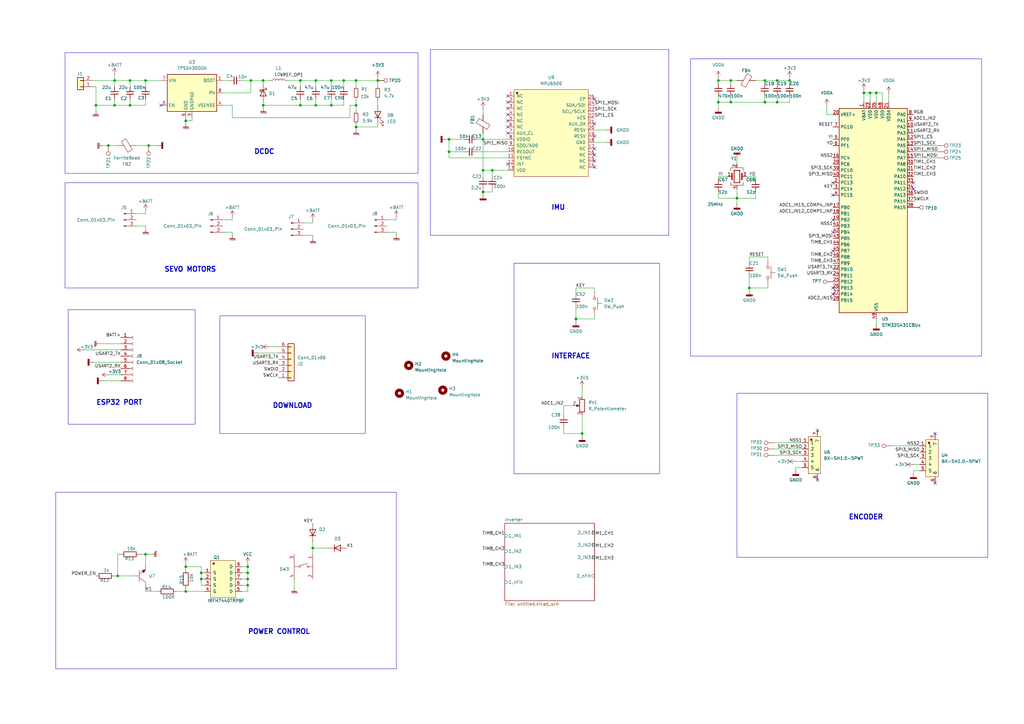
<source format=kicad_sch>
(kicad_sch (version 20231120) (generator "eeschema") (generator_version "8.0")
  (paper "A3")
  (title_block (title "bldc_controller") (date "2023-12-04"))
  (junction (at 198.12 57.15))
  (junction (at 123.19 43.18))
  (junction (at 154.94 33.02))
  (junction (at 53.34 43.18))
  (junction (at 359.41 38.1))
  (junction (at 76.2 242.57))
  (junction (at 135.89 43.18))
  (junction (at 146.05 33.02))
  (junction (at 59.69 33.02))
  (junction (at 198.12 78.74))
  (junction (at 135.89 33.02))
  (junction (at 76.2 49.53))
  (junction (at 46.99 43.18))
  (junction (at 184.15 57.15))
  (junction (at 76.2 232.41))
  (junction (at 238.76 177.8))
  (junction (at 318.77 33.02))
  (junction (at 128.27 224.79))
  (junction (at 201.93 69.85))
  (junction (at 323.85 33.02))
  (junction (at 294.64 41.91))
  (junction (at 146.05 52.07))
  (junction (at 107.95 33.02))
  (junction (at 318.77 41.91))
  (junction (at 101.6 232.41))
  (junction (at 101.6 237.49))
  (junction (at 356.87 38.1))
  (junction (at 302.26 81.28))
  (junction (at 39.37 43.18))
  (junction (at 129.54 43.18))
  (junction (at 82.55 237.49))
  (junction (at 46.99 33.02))
  (junction (at 123.19 33.02))
  (junction (at 299.72 33.02))
  (junction (at 313.69 41.91))
  (junction (at 59.69 227.33))
  (junction (at 184.15 62.23))
  (junction (at 44.45 59.69))
  (junction (at 60.96 59.69))
  (junction (at 82.55 234.95))
  (junction (at 354.33 38.1))
  (junction (at 198.12 69.85))
  (junction (at 299.72 41.91))
  (junction (at 146.05 43.18))
  (junction (at 129.54 33.02))
  (junction (at 53.34 33.02))
  (junction (at 313.69 33.02))
  (junction (at 236.22 130.81))
  (junction (at 107.95 43.18))
  (junction (at 102.87 33.02))
  (junction (at 48.26 236.22))
  (junction (at 307.34 118.11))
  (junction (at 140.97 33.02))
  (junction (at 294.64 33.02))
  (junction (at 101.6 234.95))
  (junction (at 101.6 240.03))
  (no_connect (at 208.28 39.37))
  (no_connect (at 374.65 74.93))
  (no_connect (at 208.28 67.31))
  (no_connect (at 208.28 46.99))
  (no_connect (at 208.28 54.61))
  (no_connect (at 341.63 95.25))
  (no_connect (at 243.84 55.88))
  (no_connect (at 341.63 120.65))
  (no_connect (at 243.84 63.5))
  (no_connect (at 341.63 74.93))
  (no_connect (at 374.65 77.47))
  (no_connect (at 341.63 90.17))
  (no_connect (at 341.63 118.11))
  (no_connect (at 341.63 80.01))
  (no_connect (at 383.54 177.8))
  (no_connect (at 383.54 198.12))
  (no_connect (at 243.84 40.64))
  (no_connect (at 66.04 43.18))
  (no_connect (at 335.28 176.53))
  (no_connect (at 208.28 52.07))
  (no_connect (at 208.28 44.45))
  (no_connect (at 243.84 60.96))
  (no_connect (at 335.28 196.85))
  (no_connect (at 208.28 49.53))
  (no_connect (at 243.84 68.58))
  (no_connect (at 243.84 66.04))
  (no_connect (at 208.28 41.91))
  (no_connect (at 341.63 102.87))
  (no_connect (at 243.84 50.8))
  (wire (pts (xy 162.56 90.17) (xy 158.75 90.17)))
  (wire (pts (xy 59.69 231.14) (xy 59.69 227.33)))
  (wire (pts (xy 314.96 106.68) (xy 314.96 105.41)))
  (wire (pts (xy 46.99 236.22) (xy 48.26 236.22)))
  (wire (pts (xy 198.12 69.85) (xy 198.12 72.39)))
  (wire (pts (xy 48.26 236.22) (xy 54.61 236.22)))
  (wire (pts (xy 302.26 81.28) (xy 302.26 77.47)))
  (wire (pts (xy 294.64 33.02) (xy 299.72 33.02)))
  (wire (pts (xy 299.72 33.02) (xy 302.26 33.02)))
  (wire (pts (xy 59.69 86.36) (xy 59.69 87.63)))
  (wire (pts (xy 243.84 118.11) (xy 236.22 118.11)))
  (wire (pts (xy 48.26 227.33) (xy 49.53 227.33)))
  (wire (pts (xy 59.69 242.57) (xy 59.69 241.3)))
  (wire (pts (xy 365.76 182.88) (xy 377.19 182.88)))
  (wire (pts (xy 198.12 54.61) (xy 198.12 57.15)))
  (wire (pts (xy 243.84 53.34) (xy 248.92 53.34)))
  (wire (pts (xy 236.22 130.81) (xy 243.84 130.81)))
  (wire (pts (xy 162.56 95.25) (xy 158.75 95.25)))
  (wire (pts (xy 82.55 234.95) (xy 82.55 237.49)))
  (wire (pts (xy 317.5 184.15) (xy 328.93 184.15)))
  (wire (pts (xy 198.12 80.01) (xy 198.12 78.74)))
  (wire (pts (xy 162.56 88.9) (xy 162.56 90.17)))
  (wire (pts (xy 356.87 38.1) (xy 356.87 41.91)))
  (wire (pts (xy 123.19 40.64) (xy 123.19 43.18)))
  (wire (pts (xy 236.22 125.73) (xy 236.22 130.81)))
  (wire (pts (xy 60.96 59.69) (xy 64.77 59.69)))
  (wire (pts (xy 82.55 240.03) (xy 83.82 240.03)))
  (wire (pts (xy 198.12 57.15) (xy 208.28 57.15)))
  (wire (pts (xy 374.65 193.04) (xy 374.65 194.31)))
  (wire (pts (xy 146.05 43.18) (xy 143.51 43.18)))
  (wire (pts (xy 299.72 41.91) (xy 313.69 41.91)))
  (wire (pts (xy 231.14 177.8) (xy 231.14 175.26)))
  (wire (pts (xy 318.77 33.02) (xy 323.85 33.02)))
  (wire (pts (xy 299.72 39.37) (xy 299.72 41.91)))
  (wire (pts (xy 135.89 33.02) (xy 140.97 33.02)))
  (wire (pts (xy 359.41 38.1) (xy 361.95 38.1)))
  (wire (pts (xy 49.53 156.21) (xy 41.91 156.21)))
  (wire (pts (xy 102.87 38.1) (xy 102.87 33.02)))
  (wire (pts (xy 154.94 50.8) (xy 154.94 52.07)))
  (wire (pts (xy 49.53 148.59) (xy 38.1 148.59)))
  (wire (pts (xy 78.74 48.26) (xy 78.74 49.53)))
  (wire (pts (xy 129.54 33.02) (xy 123.19 33.02)))
  (wire (pts (xy 307.34 118.11) (xy 314.96 118.11)))
  (wire (pts (xy 354.33 38.1) (xy 356.87 38.1)))
  (wire (pts (xy 99.06 237.49) (xy 101.6 237.49)))
  (wire (pts (xy 299.72 34.29) (xy 299.72 33.02)))
  (wire (pts (xy 53.34 40.64) (xy 53.34 43.18)))
  (wire (pts (xy 323.85 33.02) (xy 323.85 34.29)))
  (wire (pts (xy 374.65 64.77) (xy 384.81 64.77)))
  (wire (pts (xy 317.5 186.69) (xy 328.93 186.69)))
  (wire (pts (xy 59.69 87.63) (xy 55.88 87.63)))
  (wire (pts (xy 123.19 35.56) (xy 123.19 33.02)))
  (wire (pts (xy 59.69 33.02) (xy 66.04 33.02)))
  (wire (pts (xy 309.88 33.02) (xy 313.69 33.02)))
  (wire (pts (xy 201.93 78.74) (xy 198.12 78.74)))
  (wire (pts (xy 128.27 224.79) (xy 128.27 227.33)))
  (wire (pts (xy 128.27 222.25) (xy 128.27 224.79)))
  (wire (pts (xy 59.69 93.98) (xy 59.69 92.71)))
  (wire (pts (xy 243.84 58.42) (xy 248.92 58.42)))
  (wire (pts (xy 294.64 72.39) (xy 294.64 73.66)))
  (wire (pts (xy 129.54 40.64) (xy 129.54 43.18)))
  (wire (pts (xy 314.96 105.41) (xy 307.34 105.41)))
  (wire (pts (xy 38.1 33.02) (xy 46.99 33.02)))
  (wire (pts (xy 39.37 43.18) (xy 39.37 35.56)))
  (wire (pts (xy 326.39 189.23) (xy 328.93 189.23)))
  (wire (pts (xy 309.88 78.74) (xy 309.88 81.28)))
  (wire (pts (xy 76.2 232.41) (xy 76.2 233.68)))
  (wire (pts (xy 76.2 49.53) (xy 76.2 48.26)))
  (wire (pts (xy 76.2 242.57) (xy 83.82 242.57)))
  (wire (pts (xy 326.39 191.77) (xy 328.93 191.77)))
  (wire (pts (xy 46.99 35.56) (xy 46.99 33.02)))
  (wire (pts (xy 102.87 33.02) (xy 107.95 33.02)))
  (wire (pts (xy 101.6 237.49) (xy 101.6 240.03)))
  (wire (pts (xy 146.05 33.02) (xy 140.97 33.02)))
  (wire (pts (xy 354.33 38.1) (xy 354.33 41.91)))
  (wire (pts (xy 374.65 190.5) (xy 377.19 190.5)))
  (wire (pts (xy 135.89 40.64) (xy 135.89 43.18)))
  (wire (pts (xy 135.89 35.56) (xy 135.89 33.02)))
  (wire (pts (xy 236.22 118.11) (xy 236.22 120.65)))
  (wire (pts (xy 302.26 67.31) (xy 302.26 64.77)))
  (wire (pts (xy 83.82 234.95) (xy 82.55 234.95)))
  (wire (pts (xy 201.93 69.85) (xy 208.28 69.85)))
  (wire (pts (xy 359.41 130.81) (xy 359.41 133.35)))
  (wire (pts (xy 53.34 33.02) (xy 59.69 33.02)))
  (wire (pts (xy 238.76 177.8) (xy 231.14 177.8)))
  (wire (pts (xy 135.89 43.18) (xy 129.54 43.18)))
  (wire (pts (xy 294.64 41.91) (xy 299.72 41.91)))
  (wire (pts (xy 95.25 48.26) (xy 95.25 43.18)))
  (wire (pts (xy 143.51 48.26) (xy 95.25 48.26)))
  (wire (pts (xy 306.07 72.39) (xy 309.88 72.39)))
  (wire (pts (xy 294.64 33.02) (xy 294.64 34.29)))
  (wire (pts (xy 198.12 57.15) (xy 198.12 69.85)))
  (wire (pts (xy 128.27 96.52) (xy 124.46 96.52)))
  (wire (pts (xy 198.12 69.85) (xy 201.93 69.85)))
  (wire (pts (xy 154.94 40.64) (xy 154.94 43.18)))
  (wire (pts (xy 76.2 231.14) (xy 76.2 232.41)))
  (wire (pts (xy 82.55 237.49) (xy 83.82 237.49)))
  (wire (pts (xy 323.85 31.75) (xy 323.85 33.02)))
  (wire (pts (xy 313.69 39.37) (xy 313.69 41.91)))
  (wire (pts (xy 143.51 43.18) (xy 143.51 48.26)))
  (wire (pts (xy 59.69 40.64) (xy 59.69 43.18)))
  (wire (pts (xy 95.25 95.25) (xy 91.44 95.25)))
  (wire (pts (xy 294.64 41.91) (xy 294.64 44.45)))
  (wire (pts (xy 105.41 144.78) (xy 114.3 144.78)))
  (wire (pts (xy 294.64 78.74) (xy 294.64 81.28)))
  (wire (pts (xy 162.56 96.52) (xy 162.56 95.25)))
  (wire (pts (xy 82.55 232.41) (xy 82.55 234.95)))
  (wire (pts (xy 201.93 77.47) (xy 201.93 78.74)))
  (wire (pts (xy 55.88 59.69) (xy 60.96 59.69)))
  (wire (pts (xy 238.76 158.75) (xy 238.76 162.56)))
  (wire (pts (xy 326.39 191.77) (xy 326.39 193.04)))
  (wire (pts (xy 294.64 81.28) (xy 302.26 81.28)))
  (wire (pts (xy 313.69 33.02) (xy 318.77 33.02)))
  (wire (pts (xy 154.94 52.07) (xy 146.05 52.07)))
  (wire (pts (xy 314.96 116.84) (xy 314.96 118.11)))
  (wire (pts (xy 34.29 143.51) (xy 49.53 143.51)))
  (wire (pts (xy 318.77 33.02) (xy 318.77 34.29)))
  (wire (pts (xy 146.05 52.07) (xy 146.05 50.8)))
  (wire (pts (xy 128.27 224.79) (xy 134.62 224.79)))
  (wire (pts (xy 243.84 119.38) (xy 243.84 118.11)))
  (wire (pts (xy 238.76 170.18) (xy 238.76 177.8)))
  (wire (pts (xy 234.95 166.37) (xy 231.14 166.37)))
  (wire (pts (xy 40.64 140.97) (xy 49.53 140.97)))
  (wire (pts (xy 59.69 35.56) (xy 59.69 33.02)))
  (wire (pts (xy 128.27 97.79) (xy 128.27 96.52)))
  (wire (pts (xy 129.54 35.56) (xy 129.54 33.02)))
  (wire (pts (xy 146.05 53.34) (xy 146.05 52.07)))
  (wire (pts (xy 129.54 43.18) (xy 123.19 43.18)))
  (wire (pts (xy 99.06 33.02) (xy 102.87 33.02)))
  (wire (pts (xy 182.88 57.15) (xy 184.15 57.15)))
  (wire (pts (xy 236.22 130.81) (xy 236.22 132.08)))
  (wire (pts (xy 59.69 242.57) (xy 64.77 242.57)))
  (wire (pts (xy 307.34 105.41) (xy 307.34 107.95)))
  (wire (pts (xy 91.44 38.1) (xy 102.87 38.1)))
  (wire (pts (xy 39.37 35.56) (xy 38.1 35.56)))
  (wire (pts (xy 82.55 237.49) (xy 82.55 240.03)))
  (wire (pts (xy 195.58 62.23) (xy 208.28 62.23)))
  (wire (pts (xy 208.28 64.77) (xy 184.15 64.77)))
  (wire (pts (xy 361.95 38.1) (xy 361.95 41.91)))
  (wire (pts (xy 359.41 38.1) (xy 359.41 41.91)))
  (wire (pts (xy 374.65 62.23) (xy 384.81 62.23)))
  (wire (pts (xy 46.99 43.18) (xy 53.34 43.18)))
  (wire (pts (xy 307.34 113.03) (xy 307.34 118.11)))
  (wire (pts (xy 190.5 62.23) (xy 184.15 62.23)))
  (wire (pts (xy 198.12 77.47) (xy 198.12 78.74)))
  (wire (pts (xy 76.2 49.53) (xy 78.74 49.53)))
  (wire (pts (xy 318.77 39.37) (xy 318.77 41.91)))
  (wire (pts (xy 101.6 234.95) (xy 101.6 237.49)))
  (wire (pts (xy 99.06 234.95) (xy 101.6 234.95)))
  (wire (pts (xy 184.15 64.77) (xy 184.15 62.23)))
  (wire (pts (xy 44.45 59.69) (xy 48.26 59.69)))
  (wire (pts (xy 129.54 33.02) (xy 135.89 33.02)))
  (wire (pts (xy 101.6 242.57) (xy 99.06 242.57)))
  (wire (pts (xy 309.88 72.39) (xy 309.88 73.66)))
  (wire (pts (xy 107.95 33.02) (xy 110.49 33.02)))
  (wire (pts (xy 154.94 35.56) (xy 154.94 33.02)))
  (wire (pts (xy 318.77 41.91) (xy 323.85 41.91)))
  (wire (pts (xy 101.6 232.41) (xy 101.6 234.95)))
  (wire (pts (xy 53.34 43.18) (xy 59.69 43.18)))
  (wire (pts (xy 354.33 36.83) (xy 354.33 38.1)))
  (wire (pts (xy 46.99 30.48) (xy 46.99 33.02)))
  (wire (pts (xy 323.85 39.37) (xy 323.85 41.91)))
  (wire (pts (xy 184.15 62.23) (xy 184.15 57.15)))
  (wire (pts (xy 39.37 45.72) (xy 39.37 43.18)))
  (wire (pts (xy 339.09 43.18) (xy 339.09 46.99)))
  (wire (pts (xy 294.64 39.37) (xy 294.64 41.91)))
  (wire (pts (xy 123.19 33.02) (xy 118.11 33.02)))
  (wire (pts (xy 101.6 231.14) (xy 101.6 232.41)))
  (wire (pts (xy 238.76 177.8) (xy 238.76 179.07)))
  (wire (pts (xy 339.09 46.99) (xy 341.63 46.99)))
  (wire (pts (xy 146.05 33.02) (xy 154.94 33.02)))
  (wire (pts (xy 198.12 44.45) (xy 198.12 46.99)))
  (wire (pts (xy 294.64 31.75) (xy 294.64 33.02)))
  (wire (pts (xy 53.34 35.56) (xy 53.34 33.02)))
  (wire (pts (xy 95.25 43.18) (xy 91.44 43.18)))
  (wire (pts (xy 107.95 33.02) (xy 107.95 34.29)))
  (wire (pts (xy 374.65 59.69) (xy 384.81 59.69)))
  (wire (pts (xy 154.94 31.75) (xy 154.94 33.02)))
  (wire (pts (xy 59.69 92.71) (xy 55.88 92.71)))
  (wire (pts (xy 313.69 33.02) (xy 313.69 34.29)))
  (wire (pts (xy 95.25 88.9) (xy 95.25 90.17)))
  (wire (pts (xy 101.6 240.03) (xy 101.6 242.57)))
  (wire (pts (xy 46.99 40.64) (xy 46.99 43.18)))
  (wire (pts (xy 72.39 242.57) (xy 76.2 242.57)))
  (wire (pts (xy 195.58 57.15) (xy 198.12 57.15)))
  (wire (pts (xy 39.37 43.18) (xy 46.99 43.18)))
  (wire (pts (xy 201.93 69.85) (xy 201.93 72.39)))
  (wire (pts (xy 46.99 33.02) (xy 53.34 33.02)))
  (wire (pts (xy 184.15 57.15) (xy 190.5 57.15)))
  (wire (pts (xy 107.95 41.91) (xy 107.95 43.18)))
  (wire (pts (xy 110.49 142.24) (xy 114.3 142.24)))
  (wire (pts (xy 302.26 81.28) (xy 309.88 81.28)))
  (wire (pts (xy 59.69 227.33) (xy 62.23 227.33)))
  (wire (pts (xy 231.14 166.37) (xy 231.14 170.18)))
  (wire (pts (xy 364.49 38.1) (xy 364.49 41.91)))
  (wire (pts (xy 91.44 33.02) (xy 93.98 33.02)))
  (wire (pts (xy 307.34 118.11) (xy 307.34 119.38)))
  (wire (pts (xy 243.84 129.54) (xy 243.84 130.81)))
  (wire (pts (xy 146.05 35.56) (xy 146.05 33.02)))
  (wire (pts (xy 140.97 40.64) (xy 140.97 43.18)))
  (wire (pts (xy 95.25 90.17) (xy 91.44 90.17)))
  (wire (pts (xy 120.65 237.49) (xy 120.65 241.3)))
  (wire (pts (xy 48.26 236.22) (xy 48.26 227.33)))
  (wire (pts (xy 298.45 72.39) (xy 294.64 72.39)))
  (wire (pts (xy 317.5 181.61) (xy 328.93 181.61)))
  (wire (pts (xy 107.95 43.18) (xy 107.95 44.45)))
  (wire (pts (xy 302.26 81.28) (xy 302.26 83.82)))
  (wire (pts (xy 128.27 91.44) (xy 124.46 91.44)))
  (wire (pts (xy 99.06 240.03) (xy 101.6 240.03)))
  (wire (pts (xy 41.91 59.69) (xy 44.45 59.69)))
  (wire (pts (xy 140.97 43.18) (xy 135.89 43.18)))
  (wire (pts (xy 146.05 40.64) (xy 146.05 43.18)))
  (wire (pts (xy 99.06 232.41) (xy 101.6 232.41)))
  (wire (pts (xy 140.97 35.56) (xy 140.97 33.02)))
  (wire (pts (xy 76.2 242.57) (xy 76.2 241.3)))
  (wire (pts (xy 146.05 43.18) (xy 146.05 45.72)))
  (wire (pts (xy 313.69 41.91) (xy 318.77 41.91)))
  (wire (pts (xy 59.69 227.33) (xy 57.15 227.33)))
  (wire (pts (xy 374.65 193.04) (xy 377.19 193.04)))
  (wire (pts (xy 76.2 232.41) (xy 82.55 232.41)))
  (wire (pts (xy 44.45 153.67) (xy 49.53 153.67)))
  (wire (pts (xy 95.25 96.52) (xy 95.25 95.25)))
  (wire (pts (xy 128.27 90.17) (xy 128.27 91.44)))
  (wire (pts (xy 356.87 38.1) (xy 359.41 38.1)))
  (wire (pts (xy 76.2 50.8) (xy 76.2 49.53)))
  (wire (pts (xy 123.19 43.18) (xy 107.95 43.18)))
  (rectangle (start 302.26 161.29) (end 405.13 228.6))
  (rectangle (start 26.67 74.93) (end 171.45 118.11))
  (rectangle (start 283.21 24.13) (end 402.59 146.05))
  (rectangle (start 27.94 127) (end 80.01 173.99))
  (rectangle (start 22.86 201.93) (end 162.56 274.32))
  (rectangle (start 210.82 107.95) (end 270.51 194.31))
  (rectangle (start 90.17 129.54) (end 149.86 177.8))
  (rectangle (start 26.67 21.59) (end 171.45 71.12))
  (rectangle (start 176.53 20.32) (end 274.32 96.52))
  (text "IMU" (at 226.06 86.36 0) (effects (font (size 2 2) (thickness 0.4) (bold yes)) (justify left bottom)))
  (text "INTERFACE" (at 226.06 147.32 0) (effects (font (size 2 2) (thickness 0.4) (bold yes)) (justify left bottom)))
  (text "ENCODER" (at 347.98 213.36 0) (effects (font (size 2 2) (thickness 0.4) (bold yes)) (justify left bottom)))
  (text "DCDC" (at 104.14 63.5 0) (effects (font (size 2 2) (thickness 0.4) (bold yes)) (justify left bottom)))
  (text "ESP32 PORT" (at 39.37 166.37 0) (effects (font (size 2 2) (thickness 0.4) (bold yes)) (justify left bottom)))
  (text "POWER CONTROL" (at 101.6 260.35 0) (effects (font (size 2 2) (thickness 0.4) (bold yes)) (justify left bottom)))
  (text "SEVO MOTORS" (at 67.31 111.76 0) (effects (font (size 2 2) (thickness 0.4) (bold yes)) (justify left bottom)))
  (text "DOWNLOAD" (at 111.76 167.64 0) (effects (font (size 2 2) (thickness 0.4) (bold yes)) (justify left bottom)))
  (label "TIM8_CH2" (at 341.63 105.41 180))
  (label "NSS2" (at 341.63 64.77 180))
  (label "K1" (at 142.24 224.79 0))
  (label "SPI1_MISO" (at 208.28 59.69 180))
  (label "ADC1_IN2" (at 231.14 166.37 180))
  (label "ADC1_IN15_COMP4_INP" (at 341.63 85.09 180))
  (label "SPI1_SCK" (at 243.84 45.72 0))
  (label "SPI3_SCK" (at 341.63 69.85 180))
  (label "KEY" (at 236.22 118.11 0))
  (label "ADC2_IN15" (at 341.63 123.19 180))
  (label "USART3_TX" (at 341.63 110.49 180))
  (label "YI" (at 341.63 57.15 180))
  (label "NSS2" (at 377.19 182.88 180))
  (label "SPI3_MISO" (at 341.63 72.39 180))
  (label "SPI1_CS" (at 374.65 57.15 0))
  (label "TIM8_CH2" (at 207.01 226.06 180))
  (label "NSS1" (at 341.63 92.71 180))
  (label "TIM1_CH1" (at 374.65 67.31 0))
  (label "SWDIO" (at 374.65 80.01 0))
  (label "SPI1_SCK" (at 374.65 59.69 0))
  (label "NSS1" (at 328.93 181.61 180))
  (label "SWCLK" (at 374.65 82.55 0))
  (label "RESET" (at 307.34 105.41 0))
  (label "ADC1_IN12_COMP1_INP" (at 341.63 87.63 180))
  (label "TIM1_CH1" (at 242.57 219.71 0))
  (label "K1" (at 59.69 242.57 0))
  (label "SPI1_CS" (at 243.84 48.26 0))
  (label "TIM1_CH3" (at 374.65 72.39 0))
  (label "TIM1_CH2" (at 242.57 224.79 0))
  (label "ADC1_IN2" (at 374.65 49.53 0))
  (label "TIM1_CH2" (at 374.65 69.85 0))
  (label "USART3_RX" (at 341.63 113.03 180))
  (label "RGB" (at 374.65 46.99 0))
  (label "TIM8_CH3" (at 207.01 232.41 180))
  (label "SPI3_MISO" (at 328.93 184.15 180))
  (label "YO" (at 309.88 72.39 180))
  (label "USART2_RX" (at 49.53 151.13 180))
  (label "SWCLK" (at 114.3 154.94 180))
  (label "YI" (at 294.64 72.39 0))
  (label "RESET" (at 341.63 52.07 180))
  (label "SPI1_MOSI" (at 243.84 43.18 0))
  (label "BATT+" (at 49.53 138.43 180))
  (label "SPI1_MOSI" (at 374.65 64.77 0))
  (label "YO" (at 341.63 59.69 180))
  (label "SPI3_MOSI" (at 341.63 97.79 180))
  (label "USART2_TX" (at 374.65 52.07 0))
  (label "TIM8_CH3" (at 341.63 107.95 180))
  (label "TIM8_CH1" (at 341.63 100.33 180))
  (label "KEY" (at 341.63 77.47 180))
  (label "SPI3_SCK" (at 328.93 186.69 180))
  (label "TIM8_CH1" (at 207.01 219.71 180))
  (label "VREF_OP1" (at 124.46 31.75 180))
  (label "POWER_EN" (at 39.37 236.22 180))
  (label "SPI3_MISO" (at 377.19 185.42 180))
  (label "USART2_TX" (at 49.53 146.05 180))
  (label "USART3_RX" (at 114.3 149.86 180))
  (label "TIM1_CH3" (at 242.57 229.87 0))
  (label "SPI1_MISO" (at 374.65 62.23 0))
  (label "SWDIO" (at 114.3 152.4 180))
  (label "SPI3_SCK" (at 377.19 187.96 180))
  (label "USART3_TX" (at 114.3 147.32 180))
  (label "KEY" (at 128.27 214.63 180))
  (label "USART2_RX" (at 374.65 54.61 0))
  (symbol (lib_name "+3V3_1") (lib_id "power:+3V3") (at 44.45 153.67 90) (mirror x) (unit 1)
    (property "Reference" "#PWR066" (effects (hide yes)))
    (property "Value" "+3V3" (at 46.99 152.4 90))
    (property "Description" "Power symbol creates a global label with name \"+3V3\"" (effects (hide yes)))
  )
  (symbol (lib_id "bldcDriver:BX-SH1.0-5PWT") (at 334.01 186.69 0) (unit 1)
    (property "Reference" "U6" (at 337.82 185.4199 0) (effects (justify left)))
    (property "Value" "BX-SH1.0-5PWT" (at 337.82 187.9599 0) (effects (justify left)))
    (property "Footprint" "balancerDriver:CONN-SMD_5P-P1.00_BX-SH1.0-5PWT" (effects (hide yes)))
    (property "SuppliersPartNumber" "C18077911" (effects (hide yes)))
    (property "uuid" "std:922c5e49b43a460ba53a71de7e70d221" (effects (hide yes)))
  )
  (symbol (lib_id "Connector:Conn_01x03_Pin") (at 119.38 93.98 0) (unit 1)
    (property "Reference" "J7" (at 119.38 88.9 0))
    (property "Value" "Conn_01x03_Pin" (at 107.95 93.98 0))
    (property "Description" "Generic connector, single row, 01x03, script generated" (effects (hide yes)))
  )
  (symbol (lib_id "Device:C_Small") (at 236.22 123.19 0) (unit 1)
    (property "Reference" "C52" (at 236.22 120.65 0) (effects (justify left)))
    (property "Value" "100n" (at 236.22 125.73 0) (effects (justify left)))
    (property "Footprint" "Capacitor_SMD:C_0603_1608Metric_Pad1.08x0.95mm_HandSolder" (effects (hide yes)))
    (property "Description" "Unpolarized capacitor, small symbol" (effects (hide yes)))
  )
  (symbol (lib_id "Device:C_Small") (at 96.52 33.02 90) (unit 1)
    (property "Reference" "C4" (at 94.234 31.242 90))
    (property "Value" "10n" (at 99.568 31.496 90))
    (property "Footprint" "Capacitor_SMD:C_0603_1608Metric_Pad1.08x0.95mm_HandSolder" (effects (hide yes)))
    (property "Description" "Unpolarized capacitor, small symbol" (effects (hide yes)))
  )
  (symbol (lib_id "power:GNDD") (at 326.39 193.04 0) (unit 1)
    (property "Reference" "#PWR018" (effects (hide yes)))
    (property "Value" "GNDD" (at 326.39 196.85 0))
    (property "Description" "Power symbol creates a global label with name \"GNDD\" , digital ground" (effects (hide yes)))
  )
  (symbol (lib_id "power:+BATT") (at 59.69 86.36 0) (unit 1)
    (property "Reference" "#PWR032" (effects (hide yes)))
    (property "Value" "+BATT" (at 59.69 82.55 0))
    (property "Description" "Power symbol creates a global label with name \"+BATT\"" (effects (hide yes)))
  )
  (symbol (lib_id "power:VDDA") (at 294.64 31.75 0) (unit 1)
    (property "Reference" "#PWR055" (effects (hide yes)))
    (property "Value" "VDDA" (at 294.64 26.67 0))
    (property "Description" "Power symbol creates a global label with name \"VDDA\"" (effects (hide yes)))
  )
  (symbol (lib_id "Connector:TestPoint") (at 44.45 59.69 0) (mirror x) (unit 1)
    (property "Reference" "TP21" (at 44.45 64.262 90) (effects (justify left)))
    (property "Value" "TestPoint" (effects (hide yes)))
    (property "Footprint" "TestPoint:TestPoint_Pad_D1.0mm" (effects (hide yes)))
    (property "Description" "test point" (effects (hide yes)))
  )
  (symbol (lib_id "power:GNDPWR") (at 120.65 241.3 0) (mirror y) (unit 1)
    (property "Reference" "#PWR052" (effects (hide yes)))
    (property "Value" "GNDPWR" (effects (hide yes)))
  )
  (symbol (lib_id "Device:C_Small") (at 323.85 36.83 0) (unit 1)
    (property "Reference" "C20" (at 323.85 34.29 0) (effects (justify left)))
    (property "Value" "100n" (at 323.85 39.37 0) (effects (justify left)))
    (property "Footprint" "Capacitor_SMD:C_0603_1608Metric_Pad1.08x0.95mm_HandSolder" (effects (hide yes)))
    (property "Description" "Unpolarized capacitor, small symbol" (effects (hide yes)))
  )
  (symbol (lib_id "power:+BATT") (at 46.99 30.48 0) (unit 1)
    (property "Reference" "#PWR02" (effects (hide yes)))
    (property "Value" "+BATT" (at 46.99 26.67 0))
    (property "Description" "Power symbol creates a global label with name \"+BATT\"" (effects (hide yes)))
  )
  (symbol (lib_id "bat_rf:SS8050_C7420370") (at 57.15 236.22 0) (mirror x) (unit 1)
    (property "Reference" "U7" (at 60.96 236.2199 0) (effects (justify left)))
    (property "Value" "SS8050_C7420370" (effects (hide yes)))
    (property "Footprint" "bat_rf:SOT-23-3_L2.9-W1.3-P1.90-LS2.4-BR" (effects (hide yes)))
    (property "Description" "C7420370" (effects (hide yes)))
    (property "uuid" "std:035d51c1cac14149a347cddd5e15a376" (effects (hide yes)))
  )
  (symbol (lib_name "+3V3_1") (lib_id "power:+3V3") (at 34.29 143.51 90) (mirror x) (unit 1)
    (property "Reference" "#PWR067" (effects (hide yes)))
    (property "Value" "+3V3" (at 35.56 142.24 90))
    (property "Description" "Power symbol creates a global label with name \"+3V3\"" (effects (hide yes)))
  )
  (symbol (lib_id "Device:C_Small") (at 294.64 36.83 0) (unit 1)
    (property "Reference" "C8" (effects (hide yes)))
    (property "Value" "470n" (at 294.64 39.37 0) (effects (justify left)))
    (property "Footprint" "Capacitor_SMD:C_0603_1608Metric_Pad1.08x0.95mm_HandSolder" (effects (hide yes)))
    (property "Description" "Unpolarized capacitor, small symbol" (effects (hide yes)))
  )
  (symbol (lib_id "power:+3V3") (at 238.76 158.75 0) (unit 1)
    (property "Reference" "#PWR036" (effects (hide yes)))
    (property "Value" "+3V3" (at 238.76 154.94 0))
    (property "Description" "Power symbol creates a global label with name \"+3V3\"" (effects (hide yes)))
  )
  (symbol (lib_id "Device:C_Small") (at 198.12 74.93 0) (unit 1)
    (property "Reference" "C23" (at 195.58 72.39 0))
    (property "Value" "2.2u" (at 195.326 76.962 0))
    (property "Footprint" "Capacitor_SMD:C_0603_1608Metric_Pad1.08x0.95mm_HandSolder" (effects (hide yes)))
    (property "Description" "Unpolarized capacitor, small symbol" (effects (hide yes)))
  )
  (symbol (lib_id "Device:C_Small") (at 313.69 36.83 0) (unit 1)
    (property "Reference" "C18" (at 313.69 34.29 0) (effects (justify left)))
    (property "Value" "100n" (at 313.69 39.37 0) (effects (justify left)))
    (property "Footprint" "Capacitor_SMD:C_0603_1608Metric_Pad1.08x0.95mm_HandSolder" (effects (hide yes)))
    (property "Description" "Unpolarized capacitor, small symbol" (effects (hide yes)))
  )
  (symbol (lib_id "Device:C_Small") (at 53.34 38.1 180) (unit 1)
    (property "Reference" "C2" (at 50.8 40.386 0))
    (property "Value" "22u" (at 50.546 35.814 0))
    (property "Footprint" "Capacitor_SMD:C_0805_2012Metric_Pad1.18x1.45mm_HandSolder" (effects (hide yes)))
    (property "Description" "Unpolarized capacitor, small symbol" (effects (hide yes)))
  )
  (symbol (lib_id "power:GNDD") (at 248.92 58.42 90) (unit 1)
    (property "Reference" "#PWR09" (effects (hide yes)))
    (property "Value" "GNDD" (at 252.73 58.4199 90) (effects (justify right)))
    (property "Description" "Power symbol creates a global label with name \"GNDD\" , digital ground" (effects (hide yes)))
  )
  (symbol (lib_id "Connector:TestPoint") (at 154.94 33.02 270) (unit 1)
    (property "Reference" "TP20" (at 159.512 33.02 90) (effects (justify left)))
    (property "Value" "TestPoint" (effects (hide yes)))
    (property "Footprint" "TestPoint:TestPoint_Pad_D1.0mm" (effects (hide yes)))
    (property "Description" "test point" (effects (hide yes)))
  )
  (symbol (lib_id "power:GNDD") (at 236.22 132.08 0) (unit 1)
    (property "Reference" "#PWR065" (effects (hide yes)))
    (property "Value" "GNDD" (at 236.22 135.89 0))
    (property "Description" "Power symbol creates a global label with name \"GNDD\" , digital ground" (effects (hide yes)))
  )
  (symbol (lib_id "Device:C_Small") (at 46.99 38.1 180) (unit 1)
    (property "Reference" "C1" (at 44.45 40.386 0))
    (property "Value" "22u" (at 43.688 35.814 0))
    (property "Footprint" "Capacitor_SMD:C_0805_2012Metric_Pad1.18x1.45mm_HandSolder" (effects (hide yes)))
    (property "Description" "Unpolarized capacitor, small symbol" (effects (hide yes)))
  )
  (symbol (lib_id "power:GNDD") (at 182.88 57.15 270) (unit 1)
    (property "Reference" "#PWR011" (effects (hide yes)))
    (property "Value" "GNDD" (effects (hide yes)))
    (property "Description" "Power symbol creates a global label with name \"GNDD\" , digital ground" (effects (hide yes)))
  )
  (symbol (lib_id "power:GNDD") (at 105.41 144.78 270) (unit 1)
    (property "Reference" "#PWR012" (effects (hide yes)))
    (property "Value" "GNDD" (effects (hide yes)))
    (property "Description" "Power symbol creates a global label with name \"GNDD\" , digital ground" (effects (hide yes)))
  )
  (symbol (lib_id "power:GNDPWR") (at 59.69 93.98 0) (mirror y) (unit 1)
    (property "Reference" "#PWR033" (effects (hide yes)))
    (property "Value" "GNDPWR" (effects (hide yes)))
    (property "Description" "Power symbol creates a global label with name \"GNDPWR\" , global ground" (effects (hide yes)))
  )
  (symbol (lib_id "power:GNDD") (at 302.26 83.82 0) (unit 1)
    (property "Reference" "#PWR043" (effects (hide yes)))
    (property "Value" "GNDD" (at 302.26 87.63 0))
    (property "Description" "Power symbol creates a global label with name \"GNDD\" , digital ground" (effects (hide yes)))
  )
  (symbol (lib_id "power:VDDA") (at 364.49 38.1 0) (unit 1)
    (property "Reference" "#PWR058" (effects (hide yes)))
    (property "Value" "VDDA" (at 364.49 33.02 0))
    (property "Description" "Power symbol creates a global label with name \"VDDA\"" (effects (hide yes)))
  )
  (symbol (lib_id "Device:C_Small") (at 59.69 38.1 180) (unit 1)
    (property "Reference" "C3" (at 57.912 40.132 0))
    (property "Value" "100n" (at 57.15 35.814 0))
    (property "Footprint" "Capacitor_SMD:C_0603_1608Metric_Pad1.08x0.95mm_HandSolder" (effects (hide yes)))
    (property "Description" "Unpolarized capacitor, small symbol" (effects (hide yes)))
  )
  (symbol (lib_id "Device:R") (at 53.34 227.33 90) (mirror x) (unit 1)
    (property "Reference" "R13" (at 53.086 229.108 90))
    (property "Value" "10k" (at 53.848 225.044 90))
    (property "Footprint" "Resistor_SMD:R_0603_1608Metric_Pad0.98x0.95mm_HandSolder" (effects (hide yes)))
    (property "Description" "Resistor" (effects (hide yes)))
  )
  (symbol (lib_id "Device:R_Potentiometer") (at 238.76 166.37 0) (mirror y) (unit 1)
    (property "Reference" "RV1" (at 241.3 165.0999 0) (effects (justify right)))
    (property "Value" "R_Potentiometer" (at 241.3 167.6399 0) (effects (justify right)))
    (property "Footprint" "balancerDriver:RES-ADJ-TH_3362P" (effects (hide yes)))
    (property "Description" "Potentiometer" (effects (hide yes)))
  )
  (symbol (lib_id "Device:C_Small") (at 309.88 76.2 0) (mirror y) (unit 1)
    (property "Reference" "C68" (at 309.88 73.66 0) (effects (justify left)))
    (property "Value" "12p" (at 309.88 78.74 0) (effects (justify left)))
    (property "Footprint" "Capacitor_SMD:C_0603_1608Metric_Pad1.08x0.95mm_HandSolder" (effects (hide yes)))
    (property "Description" "Unpolarized capacitor, small symbol" (effects (hide yes)))
  )
  (symbol (lib_id "Diode:1N4148W") (at 138.43 224.79 0) (unit 1)
    (property "Reference" "D3" (at 138.43 220.98 0))
    (property "Value" "1N4148W" (effects (hide yes)))
    (property "Footprint" "Diode_SMD:D_SOD-123" (effects (hide yes)))
    (property "Datasheet" "https://www.vishay.com/docs/85748/1n4148w.pdf" (effects (hide yes)))
    (property "Description" "75V 0.15A Fast Switching Diode, SOD-123" (effects (hide yes)))
    (property "Sim.Device" "D" (effects (hide yes)))
    (property "Sim.Pins" "1=K 2=A" (effects (hide yes)))
  )
  (symbol (lib_id "power:GNDD") (at 294.64 44.45 0) (unit 1)
    (property "Reference" "#PWR013" (effects (hide yes)))
    (property "Value" "GNDD" (at 294.64 48.26 0))
    (property "Description" "Power symbol creates a global label with name \"GNDD\" , digital ground" (effects (hide yes)))
  )
  (symbol (lib_id "Switch:SW_Push") (at 243.84 124.46 270) (unit 1)
    (property "Reference" "SW2" (at 247.65 123.1899 90) (effects (justify left)))
    (property "Value" "SW_Push" (at 247.65 125.7299 90) (effects (justify left)))
    (property "Footprint" "balancerDriver:SW-SMD_L4.0-W2.9-LS5.0" (effects (hide yes)))
    (property "Description" "Push button switch, generic, two pins" (effects (hide yes)))
  )
  (symbol (lib_id "Device:R") (at 43.18 236.22 90) (mirror x) (unit 1)
    (property "Reference" "R12" (at 42.926 237.998 90))
    (property "Value" "1k" (at 43.688 233.934 90))
    (property "Footprint" "Resistor_SMD:R_0603_1608Metric_Pad0.98x0.95mm_HandSolder" (effects (hide yes)))
    (property "Description" "Resistor" (effects (hide yes)))
  )
  (symbol (lib_id "Connector:Conn_01x03_Pin") (at 50.8 90.17 0) (unit 1)
    (property "Reference" "J5" (at 50.8 85.09 0))
    (property "Value" "Conn_01x03_Pin" (at 39.37 90.17 0))
    (property "Description" "Generic connector, single row, 01x03, script generated" (effects (hide yes)))
  )
  (symbol (lib_id "power:+5V") (at 154.94 31.75 0) (unit 1)
    (property "Reference" "#PWR061" (effects (hide yes)))
    (property "Value" "+3V3" (at 154.94 26.67 0))
    (property "Description" "Power symbol creates a global label with name \"+5V\"" (effects (hide yes)))
  )
  (symbol (lib_id "Device:FerriteBead") (at 306.07 33.02 270) (unit 1)
    (property "Reference" "FB4" (at 306.07 28.956 90))
    (property "Value" "FerriteBead" (effects (hide yes)))
    (property "Footprint" "Capacitor_SMD:C_0603_1608Metric_Pad1.08x0.95mm_HandSolder" (effects (hide yes)))
    (property "Description" "Ferrite bead" (effects (hide yes)))
  )
  (symbol (lib_id "Connector:TestPoint") (at 384.81 59.69 270) (unit 1)
    (property "Reference" "TP23" (at 389.382 59.69 90) (effects (justify left)))
    (property "Value" "TestPoint" (effects (hide yes)))
    (property "Footprint" "TestPoint:TestPoint_Pad_D1.0mm" (effects (hide yes)))
    (property "Description" "test point" (effects (hide yes)))
  )
  (symbol (lib_id "power:GNDD") (at 238.76 179.07 0) (unit 1)
    (property "Reference" "#PWR038" (effects (hide yes)))
    (property "Value" "GNDD" (at 238.76 182.88 0))
    (property "Description" "Power symbol creates a global label with name \"GNDD\" , digital ground" (effects (hide yes)))
  )
  (symbol (lib_id "Switch:SW_Push") (at 314.96 111.76 270) (unit 1)
    (property "Reference" "SW1" (at 318.77 110.4899 90) (effects (justify left)))
    (property "Value" "SW_Push" (at 318.77 113.0299 90) (effects (justify left)))
    (property "Footprint" "balancerDriver:SW-SMD_L4.0-W2.9-LS5.0" (effects (hide yes)))
    (property "Description" "Push button switch, generic, two pins" (effects (hide yes)))
  )
  (symbol (lib_id "power:GNDD") (at 41.91 156.21 270) (mirror x) (unit 1)
    (property "Reference" "#PWR062" (effects (hide yes)))
    (property "Value" "GNDD" (effects (hide yes)))
  )
  (symbol (lib_id "Device:C_Small") (at 231.14 172.72 0) (unit 1)
    (property "Reference" "C38" (at 226.06 170.18 0) (effects (justify left)))
    (property "Value" "100n" (at 224.79 175.26 0) (effects (justify left)))
    (property "Footprint" "Capacitor_SMD:C_0603_1608Metric_Pad1.08x0.95mm_HandSolder" (effects (hide yes)))
    (property "Description" "Unpolarized capacitor, small symbol" (effects (hide yes)))
  )
  (symbol (lib_id "Mechanical:MountingHole") (at 167.64 149.86 0) (unit 1)
    (property "Reference" "H2" (at 170.18 149.225 0) (effects (justify left)))
    (property "Value" "MountingHole" (at 170.18 151.765 0) (effects (justify left)))
    (property "Footprint" "MountingHole:MountingHole_2.2mm_M2_Pad" (effects (hide yes)))
  )
  (symbol (lib_id "Device:Crystal_GND24") (at 302.26 72.39 0) (unit 1)
    (property "Reference" "Y1" (at 300.99 65.024 0))
    (property "Value" "25MHz" (at 293.37 83.82 0))
    (property "Footprint" "Crystal:Crystal_SMD_SeikoEpson_FA238-4Pin_3.2x2.5mm" (effects (hide yes)))
    (property "Description" "Four pin crystal, GND on pins 2 and 4" (effects (hide yes)))
  )
  (symbol (lib_id "Device:C_Small") (at 201.93 74.93 0) (unit 1)
    (property "Reference" "C24" (at 204.216 72.898 0))
    (property "Value" "100n" (at 204.978 76.454 0))
    (property "Footprint" "Capacitor_SMD:C_0603_1608Metric_Pad1.08x0.95mm_HandSolder" (effects (hide yes)))
    (property "Description" "Unpolarized capacitor, small symbol" (effects (hide yes)))
  )
  (symbol (lib_id "bldcDriver:MPU6500") (at 226.06 54.61 0) (unit 1)
    (property "Reference" "U9" (at 226.06 31.75 0))
    (property "Value" "MPU6500" (at 226.06 34.29 0))
    (property "Footprint" "balancerDriver:QFN24_3X3X0P9_IVS-L" (effects (hide yes)))
    (property "Datasheet" "http://www.szlcsc.com/product/details_51287.html" (effects (hide yes)))
    (property "SuppliersPartNumber" "C50278" (effects (hide yes)))
    (property "uuid" "std:1443a4d8380b43cfadbe0de0edec9812" (effects (hide yes)))
  )
  (symbol (lib_id "Device:L") (at 114.3 33.02 90) (unit 1)
    (property "Reference" "L1" (at 114.3 27.94 90))
    (property "Value" "10u" (at 114.3 30.48 90))
    (property "Footprint" "Inductor_SMD:L_Taiyo-Yuden_NR-40xx_HandSoldering" (effects (hide yes)))
    (property "Description" "Inductor" (effects (hide yes)))
  )
  (symbol (lib_id "power:+3V3") (at 354.33 36.83 0) (unit 1)
    (property "Reference" "#PWR044" (effects (hide yes)))
    (property "Value" "+3V3" (at 354.33 33.02 0))
    (property "Description" "Power symbol creates a global label with name \"+3V3\"" (effects (hide yes)))
  )
  (symbol (lib_id "Device:C_Small") (at 140.97 38.1 180) (unit 1)
    (property "Reference" "C50" (at 139.192 40.132 0))
    (property "Value" "100n" (at 138.43 35.814 0))
    (property "Footprint" "Capacitor_SMD:C_0603_1608Metric_Pad1.08x0.95mm_HandSolder" (effects (hide yes)))
    (property "Description" "Unpolarized capacitor, small symbol" (effects (hide yes)))
  )
  (symbol (lib_id "Connector:TestPoint") (at 60.96 59.69 0) (mirror x) (unit 1)
    (property "Reference" "TP22" (at 60.96 64.262 90) (effects (justify left)))
    (property "Value" "TestPoint" (effects (hide yes)))
    (property "Footprint" "TestPoint:TestPoint_Pad_D1.0mm" (effects (hide yes)))
    (property "Description" "test point" (effects (hide yes)))
  )
  (symbol (lib_id "power:GNDD") (at 359.41 133.35 0) (unit 1)
    (property "Reference" "#PWR045" (effects (hide yes)))
    (property "Value" "GNDD" (at 359.41 137.16 0))
    (property "Description" "Power symbol creates a global label with name \"GNDD\" , digital ground" (effects (hide yes)))
  )
  (symbol (lib_id "bat_rf:3*4*2.5MM_贴片4脚") (at 123.19 232.41 270) (unit 1)
    (property "Reference" "SW3" (at 114.554 233.426 90) (effects (justify left)))
    (property "Value" "3*4*2.5MM_贴片4脚" (effects (hide yes)))
    (property "Footprint" "bat_rf:SW-SMD_4P-L4.2-W3.3-P2.15-LS5.1" (effects (hide yes)))
    (property "Description" "C9900020788" (effects (hide yes)))
    (property "uuid" "std:cca39041c27d4052af9d3c1225cc14e7" (effects (hide yes)))
  )
  (symbol (lib_id "Connector:TestPoint") (at 374.65 85.09 270) (unit 1)
    (property "Reference" "TP10" (at 379.476 85.344 90) (effects (justify left)))
    (property "Value" "TestPoint" (effects (hide yes)))
    (property "Footprint" "TestPoint:TestPoint_Pad_D1.0mm" (effects (hide yes)))
    (property "Description" "test point" (effects (hide yes)))
  )
  (symbol (lib_id "Device:R") (at 68.58 242.57 90) (unit 1)
    (property "Reference" "R14" (at 68.326 240.792 90))
    (property "Value" "100R" (at 69.088 244.856 90))
    (property "Footprint" "Resistor_SMD:R_0603_1608Metric_Pad0.98x0.95mm_HandSolder" (effects (hide yes)))
    (property "Description" "Resistor" (effects (hide yes)))
  )
  (symbol (lib_id "power:+3V3") (at 326.39 189.23 90) (unit 1)
    (property "Reference" "#PWR017" (effects (hide yes)))
    (property "Value" "+3V3" (at 321.31 189.23 90))
    (property "Description" "Power symbol creates a global label with name \"+3V3\"" (effects (hide yes)))
  )
  (symbol (lib_id "power:+3V3") (at 198.12 44.45 0) (unit 1)
    (property "Reference" "#PWR010" (effects (hide yes)))
    (property "Value" "+3V3" (at 198.12 40.64 0))
    (property "Description" "Power symbol creates a global label with name \"+3V3\"" (effects (hide yes)))
  )
  (symbol (lib_id "power:VDDA") (at 339.09 43.18 0) (unit 1)
    (property "Reference" "#PWR059" (effects (hide yes)))
    (property "Value" "VDDA" (at 339.09 38.1 0))
    (property "Description" "Power symbol creates a global label with name \"VDDA\"" (effects (hide yes)))
  )
  (symbol (lib_id "power:GNDD") (at 307.34 119.38 0) (unit 1)
    (property "Reference" "#PWR060" (effects (hide yes)))
    (property "Value" "GNDD" (at 307.34 123.19 0))
    (property "Description" "Power symbol creates a global label with name \"GNDD\" , digital ground" (effects (hide yes)))
  )
  (symbol (lib_id "Connector:TestPoint") (at 317.5 181.61 90) (unit 1)
    (property "Reference" "TP32" (at 312.674 181.356 90) (effects (justify left)))
    (property "Value" "TestPoint" (effects (hide yes)))
    (property "Footprint" "TestPoint:TestPoint_Pad_D1.0mm" (effects (hide yes)))
    (property "Description" "test point" (effects (hide yes)))
  )
  (symbol (lib_id "power:GNDPWR") (at 41.91 59.69 270) (mirror x) (unit 1)
    (property "Reference" "#PWR04" (effects (hide yes)))
    (property "Value" "GNDPWR" (effects (hide yes)))
    (property "Description" "Power symbol creates a global label with name \"GNDPWR\" , global ground" (effects (hide yes)))
  )
  (symbol (lib_id "Mechanical:MountingHole") (at 181.61 160.02 0) (unit 1)
    (property "Reference" "H3" (at 184.15 159.385 0) (effects (justify left)))
    (property "Value" "MountingHole" (at 184.15 161.925 0) (effects (justify left)))
    (property "Footprint" "MountingHole:MountingHole_2.2mm_M2_Pad" (effects (hide yes)))
  )
  (symbol (lib_id "power:GNDPWR") (at 146.05 53.34 0) (mirror y) (unit 1)
    (property "Reference" "#PWR03" (effects (hide yes)))
    (property "Value" "GNDPWR" (effects (hide yes)))
    (property "Description" "Power symbol creates a global label with name \"GNDPWR\" , global ground" (effects (hide yes)))
  )
  (symbol (lib_id "Device:R") (at 76.2 237.49 180) (unit 1)
    (property "Reference" "R15" (at 74.422 237.744 90))
    (property "Value" "10k" (at 78.486 236.982 90))
    (property "Footprint" "Resistor_SMD:R_0603_1608Metric_Pad0.98x0.95mm_HandSolder" (effects (hide yes)))
    (property "Description" "Resistor" (effects (hide yes)))
  )
  (symbol (lib_id "Mechanical:MountingHole") (at 182.88 146.05 0) (unit 1)
    (property "Reference" "H4" (at 185.42 145.415 0) (effects (justify left)))
    (property "Value" "MountingHole" (at 185.42 147.955 0) (effects (justify left)))
    (property "Footprint" "MountingHole:MountingHole_2.2mm_M2_Pad" (effects (hide yes)))
  )
  (symbol (lib_id "Device:FerriteBead") (at 52.07 59.69 90) (mirror x) (unit 1)
    (property "Reference" "FB2" (at 52.0192 67.31 90))
    (property "Value" "FerriteBead" (at 52.0192 64.77 90))
    (property "Footprint" "Resistor_SMD:R_1206_3216Metric_Pad1.30x1.75mm_HandSolder" (effects (hide yes)))
    (property "Description" "Ferrite bead" (effects (hide yes)))
  )
  (symbol (lib_id "Device:LED") (at 154.94 46.99 90) (unit 1)
    (property "Reference" "D8" (at 158.75 47.3074 90) (effects (justify right)))
    (property "Value" "LED" (at 158.75 49.8474 90) (effects (justify right)))
    (property "Footprint" "LED_SMD:LED_0603_1608Metric_Pad1.05x0.95mm_HandSolder" (effects (hide yes)))
    (property "Description" "Light emitting diode" (effects (hide yes)))
  )
  (symbol (lib_id "Device:C_Small") (at 318.77 36.83 0) (unit 1)
    (property "Reference" "C19" (at 318.77 34.29 0) (effects (justify left)))
    (property "Value" "100n" (at 318.77 39.37 0) (effects (justify left)))
    (property "Footprint" "Capacitor_SMD:C_0603_1608Metric_Pad1.08x0.95mm_HandSolder" (effects (hide yes)))
    (property "Description" "Unpolarized capacitor, small symbol" (effects (hide yes)))
  )
  (symbol (lib_id "Device:C_Small") (at 129.54 38.1 180) (unit 1)
    (property "Reference" "C6" (at 127 40.386 0))
    (property "Value" "47u" (at 126.746 35.814 0))
    (property "Footprint" "Capacitor_SMD:C_1206_3216Metric_Pad1.33x1.80mm_HandSolder" (effects (hide yes)))
    (property "Description" "Unpolarized capacitor, small symbol" (effects (hide yes)))
  )
  (symbol (lib_id "Device:R_Small") (at 146.05 48.26 0) (unit 1)
    (property "Reference" "R2" (at 148.59 46.9899 0) (effects (justify left)))
    (property "Value" "5.9k" (at 148.59 49.5299 0) (effects (justify left)))
    (property "Footprint" "Resistor_SMD:R_0603_1608Metric_Pad0.98x0.95mm_HandSolder" (effects (hide yes)))
    (property "Description" "Resistor, small symbol" (effects (hide yes)))
  )
  (symbol (lib_id "bldcDriver:BX-SH1.0-5PWT") (at 382.27 187.96 0) (unit 1)
    (property "Reference" "U4" (at 386.08 186.6899 0) (effects (justify left)))
    (property "Value" "BX-SH1.0-5PWT" (at 386.08 189.2299 0) (effects (justify left)))
    (property "Footprint" "balancerDriver:CONN-SMD_5P-P1.00_BX-SH1.0-5PWT" (effects (hide yes)))
    (property "SuppliersPartNumber" "C18077911" (effects (hide yes)))
    (property "uuid" "std:922c5e49b43a460ba53a71de7e70d221" (effects (hide yes)))
  )
  (symbol (lib_id "power:+BATT") (at 128.27 90.17 0) (unit 1)
    (property "Reference" "#PWR039" (effects (hide yes)))
    (property "Value" "+BATT" (at 128.27 86.36 0))
    (property "Description" "Power symbol creates a global label with name \"+BATT\"" (effects (hide yes)))
  )
  (symbol (lib_id "power:+BATT") (at 162.56 88.9 0) (unit 1)
    (property "Reference" "#PWR041" (effects (hide yes)))
    (property "Value" "+BATT" (at 162.56 85.09 0))
    (property "Description" "Power symbol creates a global label with name \"+BATT\"" (effects (hide yes)))
  )
  (symbol (lib_id "MCU_ST_STM32G4:STM32G431CBUx") (at 356.87 87.63 0) (unit 1)
    (property "Reference" "U5" (at 361.6041 130.81 0) (effects (justify left)))
    (property "Value" "STM32G431CBUx" (at 361.6041 133.35 0) (effects (justify left)))
    (property "Footprint" "Package_DFN_QFN:QFN-48-1EP_7x7mm_P0.5mm_EP5.6x5.6mm" (effects (hide yes)))
    (property "Datasheet" "https://www.st.com/resource/en/datasheet/stm32g431cb.pdf" (effects (hide yes)))
    (property "Description" "STMicroelectronics Arm Cortex-M4 MCU, 128KB flash, 32KB RAM, 170 MHz, 1.71-3.6V, 42 GPIO, UFQFPN48" (effects (hide yes)))
  )
  (symbol (lib_id "power:GNDD") (at 38.1 148.59 270) (mirror x) (unit 1)
    (property "Reference" "#PWR053" (effects (hide yes)))
    (property "Value" "GNDD" (effects (hide yes)))
  )
  (symbol (lib_id "Diode:1N5712UR") (at 107.95 38.1 270) (unit 1)
    (property "Reference" "D1" (at 110.236 38.354 90) (effects (justify left)))
    (property "Value" "1N5712UR" (effects (hide yes)))
    (property "Footprint" "balancerDriver:SMA_L4.3-W2.6-LS5.0-RD" (effects (hide yes)))
    (property "Datasheet" "https://www.microsemi.com/document-portal/doc_download/131890-lds-0040-1-datasheet" (effects (hide yes)))
    (property "Description" "20V 75mA Schottky diode, MELF(DO-213AA)" (effects (hide yes)))
  )
  (symbol (lib_id "power:GNDPWR") (at 128.27 97.79 0) (mirror y) (unit 1)
    (property "Reference" "#PWR040" (effects (hide yes)))
    (property "Value" "GNDPWR" (effects (hide yes)))
    (property "Description" "Power symbol creates a global label with name \"GNDPWR\" , global ground" (effects (hide yes)))
  )
  (symbol (lib_id "Connector:TestPoint") (at 317.5 184.15 90) (unit 1)
    (property "Reference" "TP30" (at 312.674 183.896 90) (effects (justify left)))
    (property "Value" "TestPoint" (effects (hide yes)))
    (property "Footprint" "TestPoint:TestPoint_Pad_D1.0mm" (effects (hide yes)))
    (property "Description" "test point" (effects (hide yes)))
  )
  (symbol (lib_id "Connector:TestPoint") (at 384.81 62.23 270) (unit 1)
    (property "Reference" "TP24" (at 389.382 62.23 90) (effects (justify left)))
    (property "Value" "TestPoint" (effects (hide yes)))
    (property "Footprint" "TestPoint:TestPoint_Pad_D1.0mm" (effects (hide yes)))
    (property "Description" "test point" (effects (hide yes)))
  )
  (symbol (lib_id "power:GNDD") (at 248.92 53.34 90) (unit 1)
    (property "Reference" "#PWR064" (effects (hide yes)))
    (property "Value" "GNDD" (at 252.73 53.3399 90) (effects (justify right)))
    (property "Description" "Power symbol creates a global label with name \"GNDD\" , digital ground" (effects (hide yes)))
  )
  (symbol (lib_id "Connector:Conn_01x03_Pin") (at 153.67 92.71 0) (unit 1)
    (property "Reference" "J8" (at 153.67 87.63 0))
    (property "Value" "Conn_01x03_Pin" (at 142.24 92.71 0))
    (property "Description" "Generic connector, single row, 01x03, script generated" (effects (hide yes)))
  )
  (symbol (lib_id "Regulator_Switching:TPS5430DDA") (at 78.74 38.1 0) (unit 1)
    (property "Reference" "U3" (at 78.74 25.4 0))
    (property "Value" "TPS5430DDA" (at 78.74 27.94 0))
    (property "Footprint" "Package_SO:TI_SO-PowerPAD-8_ThermalVias" (effects (hide yes)))
    (property "Datasheet" "http://www.ti.com/lit/ds/symlink/tps5430.pdf" (effects (hide yes)))
    (property "Description" "3A, Step Down Swift Converter, Adjustable Output Voltage, 5.5-36V Input Voltage, PowerSO-8" (effects (hide yes)))
  )
  (symbol (lib_id "bat_rf:IRFH7440TRPBF") (at 91.44 237.49 0) (unit 1)
    (property "Reference" "Q1" (at 88.9 228.6 0))
    (property "Value" "IRFH7440TRPBF" (at 92.71 246.38 0))
    (property "Footprint" "bat_rf:DFN-8_L5.8-W4.9-P1.27-LS6.0-BL-1" (effects (hide yes)))
    (property "Datasheet" "http://www.szlcsc.com/product/details_68964.html" (effects (hide yes)))
    (property "Description" "C67862" (effects (hide yes)))
    (property "uuid" "std:be33c363a099f562879a0ae16112130e" (effects (hide yes)))
  )
  (symbol (lib_id "Device:C_Small") (at 193.04 57.15 270) (unit 1)
    (property "Reference" "C13" (at 195.58 55.88 90))
    (property "Value" "10n" (at 190.246 55.88 90))
    (property "Footprint" "Capacitor_SMD:C_0603_1608Metric_Pad1.08x0.95mm_HandSolder" (effects (hide yes)))
    (property "Description" "Unpolarized capacitor, small symbol" (effects (hide yes)))
  )
  (symbol (lib_id "power:GNDPWR") (at 107.95 44.45 0) (mirror y) (unit 1)
    (property "Reference" "#PWR05" (effects (hide yes)))
    (property "Value" "GNDPWR" (effects (hide yes)))
    (property "Description" "Power symbol creates a global label with name \"GNDPWR\" , global ground" (effects (hide yes)))
  )
  (symbol (lib_id "Device:C_Small") (at 193.04 62.23 270) (unit 1)
    (property "Reference" "C22" (at 195.58 60.96 90))
    (property "Value" "100n" (at 188.976 60.96 90))
    (property "Footprint" "Capacitor_SMD:C_0603_1608Metric_Pad1.08x0.95mm_HandSolder" (effects (hide yes)))
    (property "Description" "Unpolarized capacitor, small symbol" (effects (hide yes)))
  )
  (symbol (lib_id "power:VCC") (at 101.6 231.14 0) (unit 1)
    (property "Reference" "#PWR049" (effects (hide yes)))
    (property "Value" "VCC" (at 101.6 227.33 0))
    (property "Description" "Power symbol creates a global label with name \"VCC\"" (effects (hide yes)))
  )
  (symbol (lib_id "power:GNDPWR") (at 62.23 227.33 90) (mirror x) (unit 1)
    (property "Reference" "#PWR046" (effects (hide yes)))
    (property "Value" "GNDPWR" (effects (hide yes)))
  )
  (symbol (lib_id "Diode:1N4148W") (at 128.27 218.44 90) (unit 1)
    (property "Reference" "D2" (at 130.81 217.1699 90) (effects (justify right)))
    (property "Value" "1N4148W" (effects (hide yes)))
    (property "Footprint" "Diode_SMD:D_SOD-123" (effects (hide yes)))
    (property "Datasheet" "https://www.vishay.com/docs/85748/1n4148w.pdf" (effects (hide yes)))
    (property "Description" "75V 0.15A Fast Switching Diode, SOD-123" (effects (hide yes)))
    (property "Sim.Device" "D" (effects (hide yes)))
    (property "Sim.Pins" "1=K 2=A" (effects (hide yes)))
  )
  (symbol (lib_id "Connector:Conn_01x08_Socket") (at 54.61 146.05 0) (unit 1)
    (property "Reference" "J9" (at 55.88 146.0499 0) (effects (justify left)))
    (property "Value" "Conn_01x08_Socket" (at 55.88 148.5899 0) (effects (justify left)))
    (property "Description" "Generic connector, single row, 01x08, script generated" (effects (hide yes)))
  )
  (symbol (lib_id "power:GNDPWR") (at 76.2 50.8 0) (mirror y) (unit 1)
    (property "Reference" "#PWR057" (effects (hide yes)))
    (property "Value" "GNDPWR" (effects (hide yes)))
    (property "Description" "Power symbol creates a global label with name \"GNDPWR\" , global ground" (effects (hide yes)))
  )
  (symbol (lib_id "Device:C_Small") (at 123.19 38.1 180) (unit 1)
    (property "Reference" "C5" (at 120.65 40.386 0))
    (property "Value" "47u" (at 119.888 35.814 0))
    (property "Footprint" "Capacitor_SMD:C_1206_3216Metric_Pad1.33x1.80mm_HandSolder" (effects (hide yes)))
    (property "Description" "Unpolarized capacitor, small symbol" (effects (hide yes)))
  )
  (symbol (lib_id "Device:R_Small") (at 154.94 38.1 0) (unit 1)
    (property "Reference" "R3" (at 157.48 36.8299 0) (effects (justify left)))
    (property "Value" "4.7k" (at 157.48 39.3699 0) (effects (justify left)))
    (property "Footprint" "Resistor_SMD:R_0603_1608Metric_Pad0.98x0.95mm_HandSolder" (effects (hide yes)))
    (property "Description" "Resistor, small symbol" (effects (hide yes)))
  )
  (symbol (lib_id "Connector:Conn_01x03_Pin") (at 86.36 92.71 0) (unit 1)
    (property "Reference" "J6" (at 86.36 87.63 0))
    (property "Value" "Conn_01x03_Pin" (at 74.93 92.71 0))
    (property "Description" "Generic connector, single row, 01x03, script generated" (effects (hide yes)))
  )
  (symbol (lib_id "Device:C_Small") (at 294.64 76.2 0) (unit 1)
    (property "Reference" "C67" (at 294.64 73.66 0) (effects (justify left)))
    (property "Value" "12p" (at 294.64 78.74 0) (effects (justify left)))
    (property "Footprint" "Capacitor_SMD:C_0603_1608Metric_Pad1.08x0.95mm_HandSolder" (effects (hide yes)))
    (property "Description" "Unpolarized capacitor, small symbol" (effects (hide yes)))
  )
  (symbol (lib_id "Device:C_Small") (at 135.89 38.1 180) (unit 1)
    (property "Reference" "C7" (at 134.112 40.132 0))
    (property "Value" "47u" (at 133.35 35.814 0))
    (property "Footprint" "Capacitor_SMD:C_1206_3216Metric_Pad1.33x1.80mm_HandSolder" (effects (hide yes)))
    (property "Description" "Unpolarized capacitor, small symbol" (effects (hide yes)))
  )
  (symbol (lib_id "Device:R_Small") (at 146.05 38.1 0) (unit 1)
    (property "Reference" "R1" (at 148.082 36.576 0) (effects (justify left)))
    (property "Value" "10k" (at 147.828 39.624 0) (effects (justify left)))
    (property "Footprint" "Resistor_SMD:R_0603_1608Metric_Pad0.98x0.95mm_HandSolder" (effects (hide yes)))
    (property "Description" "Resistor, small symbol" (effects (hide yes)))
  )
  (symbol (lib_id "Connector:TestPoint") (at 384.81 64.77 270) (unit 1)
    (property "Reference" "TP25" (at 389.382 64.77 90) (effects (justify left)))
    (property "Value" "TestPoint" (effects (hide yes)))
    (property "Footprint" "TestPoint:TestPoint_Pad_D1.0mm" (effects (hide yes)))
    (property "Description" "test point" (effects (hide yes)))
  )
  (symbol (lib_id "Connector:TestPoint") (at 341.63 115.57 90) (unit 1)
    (property "Reference" "TP7" (at 336.804 115.316 90) (effects (justify left)))
    (property "Value" "TestPoint" (effects (hide yes)))
    (property "Footprint" "TestPoint:TestPoint_Pad_D1.0mm" (effects (hide yes)))
    (property "Description" "test point" (effects (hide yes)))
  )
  (symbol (lib_id "power:GNDPWR") (at 162.56 96.52 0) (mirror y) (unit 1)
    (property "Reference" "#PWR042" (effects (hide yes)))
    (property "Value" "GNDPWR" (effects (hide yes)))
    (property "Description" "Power symbol creates a global label with name \"GNDPWR\" , global ground" (effects (hide yes)))
  )
  (symbol (lib_id "power:+BATT") (at 76.2 231.14 0) (unit 1)
    (property "Reference" "#PWR047" (effects (hide yes)))
    (property "Value" "+BATT" (at 77.978 227.33 0))
  )
  (symbol (lib_id "Mechanical:MountingHole") (at 163.83 161.29 0) (unit 1)
    (property "Reference" "H1" (at 166.37 160.655 0) (effects (justify left)))
    (property "Value" "MountingHole" (at 166.37 163.195 0) (effects (justify left)))
    (property "Footprint" "MountingHole:MountingHole_2.2mm_M2_Pad" (effects (hide yes)))
  )
  (symbol (lib_id "power:GNDD") (at 302.26 64.77 180) (unit 1)
    (property "Reference" "#PWR048" (effects (hide yes)))
    (property "Value" "GNDD" (at 302.26 60.96 0))
    (property "Description" "Power symbol creates a global label with name \"GNDD\" , digital ground" (effects (hide yes)))
  )
  (symbol (lib_id "power:GNDD") (at 198.12 80.01 0) (unit 1)
    (property "Reference" "#PWR063" (effects (hide yes)))
    (property "Value" "GNDD" (effects (hide yes)))
    (property "Description" "Power symbol creates a global label with name \"GNDD\" , digital ground" (effects (hide yes)))
  )
  (symbol (lib_id "power:+3V3") (at 110.49 142.24 90) (unit 1)
    (property "Reference" "#PWR034" (effects (hide yes)))
    (property "Value" "+3V3" (at 105.41 142.24 90))
    (property "Description" "Power symbol creates a global label with name \"+3V3\"" (effects (hide yes)))
  )
  (symbol (lib_id "power:+3V3") (at 374.65 190.5 90) (unit 1)
    (property "Reference" "#PWR050" (effects (hide yes)))
    (property "Value" "+3V3" (at 369.57 190.5 90))
    (property "Description" "Power symbol creates a global label with name \"+3V3\"" (effects (hide yes)))
  )
  (symbol (lib_id "power:GNDPWR") (at 40.64 140.97 270) (mirror x) (unit 1)
    (property "Reference" "#PWR069" (effects (hide yes)))
    (property "Value" "GNDPWR" (effects (hide yes)))
    (property "Description" "Power symbol creates a global label with name \"GNDPWR\" , global ground" (effects (hide yes)))
  )
  (symbol (lib_id "power:GNDD") (at 64.77 59.69 90) (mirror x) (unit 1)
    (property "Reference" "#PWR056" (effects (hide yes)))
    (property "Value" "GNDD" (effects (hide yes)))
    (property "Description" "Power symbol creates a global label with name \"GNDD\" , digital ground" (effects (hide yes)))
  )
  (symbol (lib_id "Device:C_Small") (at 299.72 36.83 0) (unit 1)
    (property "Reference" "C17" (effects (hide yes)))
    (property "Value" "100n" (at 299.72 39.37 0) (effects (justify left)))
    (property "Footprint" "Capacitor_SMD:C_0603_1608Metric_Pad1.08x0.95mm_HandSolder" (effects (hide yes)))
    (property "Description" "Unpolarized capacitor, small symbol" (effects (hide yes)))
  )
  (symbol (lib_id "Device:FerriteBead") (at 198.12 50.8 180) (unit 1)
    (property "Reference" "FB1" (at 193.802 49.022 90))
    (property "Value" "FerriteBead" (effects (hide yes)))
    (property "Footprint" "Capacitor_SMD:C_0603_1608Metric_Pad1.08x0.95mm_HandSolder" (effects (hide yes)))
    (property "Description" "Ferrite bead" (effects (hide yes)))
  )
  (symbol (lib_id "Connector:TestPoint") (at 365.76 182.88 90) (unit 1)
    (property "Reference" "TP33" (at 360.934 182.626 90) (effects (justify left)))
    (property "Value" "TestPoint" (effects (hide yes)))
    (property "Footprint" "TestPoint:TestPoint_Pad_D1.0mm" (effects (hide yes)))
    (property "Description" "test point" (effects (hide yes)))
  )
  (symbol (lib_id "power:GNDPWR") (at 95.25 96.52 0) (mirror y) (unit 1)
    (property "Reference" "#PWR037" (effects (hide yes)))
    (property "Value" "GNDPWR" (effects (hide yes)))
    (property "Description" "Power symbol creates a global label with name \"GNDPWR\" , global ground" (effects (hide yes)))
  )
  (symbol (lib_id "Connector_Generic:Conn_01x06") (at 119.38 149.86 0) (mirror x) (unit 1)
    (property "Reference" "J2" (at 121.92 149.225 0) (effects (justify left)))
    (property "Value" "Conn_01x06" (at 121.92 146.685 0) (effects (justify left)))
    (property "Footprint" "balancerDriver:CONN-SMD_6P-P1.00_MEGASTAR_ZX-SH1.0-6PWT" (effects (hide yes)))
    (property "Description" "Generic connector, single row, 01x06, script generated (kicad-library-utils/schlib/autogen/connector/)" (effects (hide yes)))
  )
  (symbol (lib_id "power:+3V3") (at 323.85 31.75 0) (unit 1)
    (property "Reference" "#PWR054" (effects (hide yes)))
    (property "Value" "+3V3" (at 323.85 27.94 0))
    (property "Description" "Power symbol creates a global label with name \"+3V3\"" (effects (hide yes)))
  )
  (symbol (lib_id "power:GNDPWR") (at 39.37 45.72 0) (unit 1)
    (property "Reference" "#PWR01" (effects (hide yes)))
    (property "Value" "GNDPWR" (effects (hide yes)))
    (property "Description" "Power symbol creates a global label with name \"GNDPWR\" , global ground" (effects (hide yes)))
  )
  (symbol (lib_id "power:GNDD") (at 374.65 194.31 0) (unit 1)
    (property "Reference" "#PWR051" (effects (hide yes)))
    (property "Value" "GNDD" (at 374.65 198.12 0))
    (property "Description" "Power symbol creates a global label with name \"GNDD\" , digital ground" (effects (hide yes)))
  )
  (symbol (lib_id "Connector_Generic:Conn_01x02") (at 33.02 35.56 180) (unit 1)
    (property "Reference" "J1" (at 32.766 30.226 0))
    (property "Value" "Conn_01x02" (effects (hide yes)))
    (property "Footprint" "Connector_AMASS:AMASS_XT30U-M_1x02_P5.0mm_Vertical" (effects (hide yes)))
    (property "Description" "Generic connector, single row, 01x02, script generated (kicad-library-utils/schlib/autogen/connector/)" (effects (hide yes)))
  )
  (symbol (lib_id "Connector:TestPoint") (at 317.5 186.69 90) (unit 1)
    (property "Reference" "TP31" (at 312.674 186.436 90) (effects (justify left)))
    (property "Value" "TestPoint" (effects (hide yes)))
    (property "Footprint" "TestPoint:TestPoint_Pad_D1.0mm" (effects (hide yes)))
    (property "Description" "test point" (effects (hide yes)))
  )
  (symbol (lib_id "Device:C_Small") (at 307.34 110.49 0) (unit 1)
    (property "Reference" "C21" (at 307.34 107.95 0) (effects (justify left)))
    (property "Value" "100n" (at 307.34 113.03 0) (effects (justify left)))
    (property "Footprint" "Capacitor_SMD:C_0603_1608Metric_Pad1.08x0.95mm_HandSolder" (effects (hide yes)))
    (property "Description" "Unpolarized capacitor, small symbol" (effects (hide yes)))
  )
  (symbol (lib_id "power:+BATT") (at 95.25 88.9 0) (unit 1)
    (property "Reference" "#PWR035" (effects (hide yes)))
    (property "Value" "+BATT" (at 95.25 85.09 0))
    (property "Description" "Power symbol creates a global label with name \"+BATT\"" (effects (hide yes)))
  )
  (sheet (at 207.01 214.63) (size 36.83 31.75) (stroke (width 0.1524))
    (property "Sheetname" "inverter" (at 207.01 213.9184 0) (effects (justify left bottom)))
    (property "Sheetfile" "untitled.kicad_sch" (at 207.01 246.9646 0) (effects (justify left top)))
    (pin "1_IN3" input (at 207.01 232.41 180))
    (pin "1_nFlt" input (at 207.01 238.76 180))
    (pin "2_IN1" input (at 243.84 218.44 0))
    (pin "2_IN3" input (at 243.84 228.6 0))
    (pin "2_IN2" input (at 243.84 223.52 0))
    (pin "2_nFlt" input (at 243.84 236.22 0))
    (pin "1_IN2" input (at 207.01 226.06 180))
    (pin "1_IN1" input (at 207.01 219.71 180))
  )
)
</source>
